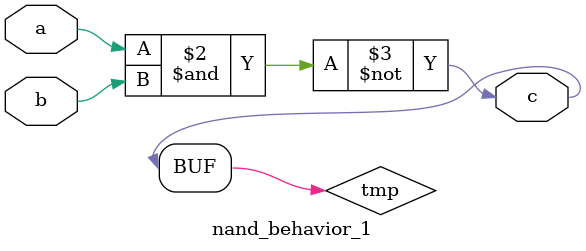
<source format=v>

module and_behavior(
    a,
    b,
    c
    );

input a;
input b;
output reg c;           // <- `c` is defined as `reg` because it is driven inside of a `always` construct

always @(a, b) begin    // <- this `always` construct is sensitive to changes of `a` and `b`
    c = a & b;          // <- when `a` or `b` changes, `c` is updated accordingly; `c` implicitly keeps its value when `a` and `b` stay constant 
end

endmodule

// 
// The following module implements a NAND gate.
//

module nand_behavior(
    a,
    b,
    c
    );

input a;
input b;
output c;               // <- `c` is not a `reg` here because it is not driven inside an `always` construct 

reg tmp;                // <- `tmp` must be defined as `reg` because it is driven inside an `always` construct

always @(a, b) begin
    tmp = a & b;
end

assign c = ~tmp;

endmodule

//
// Because of their simplicity, the above two examples do not illustrate the difference in semantics
// between behavioral and structural (i.e. without `always` constructs) definitions.
// 
// The following example demonstrates that `always` constructs do not describe the *structure* of the
// circuit, but rather the *behavior* of the circuit.    
// 

module nand_behavior_1(
    a,
    b,
    c
    );

input a;
input b;
output c;

reg tmp;

always @(a, b) begin
    tmp = a & b;         
    tmp = ~tmp;         // <- `tmp` IS UPDATED! 
end

assign c = tmp;

endmodule

// 
// As indicated, `tmp` is updated inside the `always` construct.
// The `=` in `tmp = ~tmp` does not correspond to a *connection* between two physical wires
// whereas the `=` in `assign c = tmp` does. 
// 
// Indeed, the concept of ~updating~ a connection between two wires is nonsensical.
//
// In this example, the semantic of the always block is:
//  """
//   Whenever `a` or `b` changes, the value of `tmp` should be set to `a & b`, 
//   the value of `tmp` should then IMMEDIATLY be set to `~tmp`. 
//  """
//
// This behavior is *identical* to the behavior of a NAND gate. 
// 


</source>
